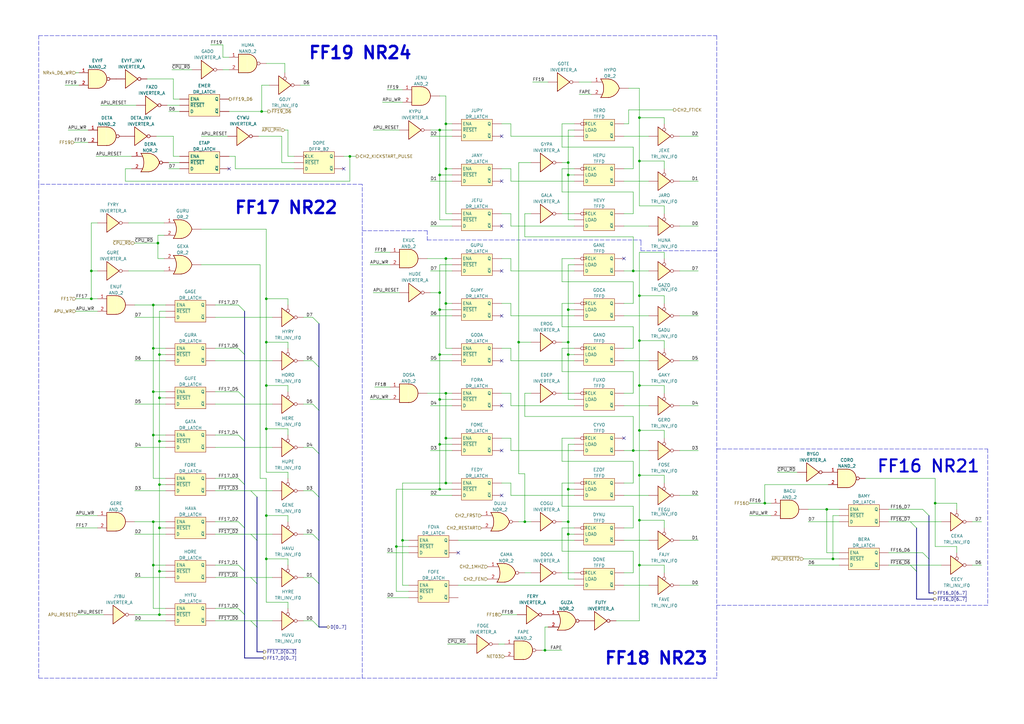
<source format=kicad_sch>
(kicad_sch (version 20211123) (generator eeschema)
  (paper "A3")
  (title_block (title "DMG CPU B") (date "2022-03-12") (rev "0") (company "CC-BY-SA-4.0 Régis Galland & Michael Singer -- Derived work from Furrtek") (comment 1 "https://github.com/msinger/dmg-schematics"))
  (junction (at 233.045 213.995))
  (junction (at 109.22 122.555))
  (junction (at 262.255 48.26))
  (junction (at 313.69 206.375))
  (junction (at 215.265 213.995))
  (junction (at 65.405 163.195))
  (junction (at 109.22 158.115))
  (junction (at 64.77 99.695))
  (junction (at 180.34 53.34))
  (junction (at 65.405 234.315))
  (junction (at 262.255 213.36))
  (junction (at 180.34 127))
  (junction (at 182.88 124.46))
  (junction (at 182.88 50.8))
  (junction (at 182.88 179.705))
  (junction (at 62.865 213.995))
  (junction (at 62.865 231.775))
  (junction (at 259.715 184.785))
  (junction (at 37.465 111.125))
  (junction (at 339.09 208.915))
  (junction (at 233.045 66.675))
  (junction (at 65.405 216.535))
  (junction (at 182.88 161.29))
  (junction (at 165.1 221.615))
  (junction (at 233.045 219.075))
  (junction (at 262.255 139.7))
  (junction (at 180.34 200.66))
  (junction (at 212.725 140.335))
  (junction (at 65.405 180.975))
  (junction (at 37.465 122.555))
  (junction (at 233.045 200.66))
  (junction (at 162.56 224.155))
  (junction (at 180.34 120.015))
  (junction (at 62.865 142.875))
  (junction (at 62.865 160.655))
  (junction (at 262.255 194.945))
  (junction (at 109.22 175.895))
  (junction (at 233.045 127))
  (junction (at 109.22 229.235))
  (junction (at 109.22 211.455))
  (junction (at 233.045 145.415))
  (junction (at 62.865 125.095))
  (junction (at 182.88 198.12))
  (junction (at 262.255 121.285))
  (junction (at 223.52 266.7))
  (junction (at 180.34 182.245))
  (junction (at 65.405 145.415))
  (junction (at 107.315 45.72))
  (junction (at 143.51 64.135))
  (junction (at 262.255 231.775))
  (junction (at 180.34 163.83))
  (junction (at 180.34 145.415))
  (junction (at 182.88 106.045))
  (junction (at 259.715 111.125))
  (junction (at 233.045 140.335))
  (junction (at 180.34 71.755))
  (junction (at 341.63 229.235))
  (junction (at 233.045 71.755))
  (junction (at 383.54 206.375))
  (junction (at 62.865 178.435))
  (junction (at 182.88 69.215))
  (junction (at 262.255 158.115))
  (junction (at 65.405 198.755))
  (junction (at 262.255 176.53))
  (junction (at 109.22 140.335))
  (junction (at 65.405 252.095))
  (junction (at 262.255 66.04))
  (no_connect (at 255.905 179.705))
  (no_connect (at 205.74 92.71))
  (no_connect (at 205.74 111.125))
  (no_connect (at 205.74 203.2))
  (no_connect (at 205.74 55.88))
  (no_connect (at 205.74 166.37))
  (no_connect (at 255.905 106.045))
  (no_connect (at 93.98 69.215))
  (no_connect (at 205.74 129.54))
  (no_connect (at 205.74 184.785))
  (no_connect (at 187.96 226.695))
  (no_connect (at 140.97 69.215))
  (no_connect (at 205.74 147.955))
  (no_connect (at 205.74 74.295))
  (bus_entry (at 97.79 178.435) (size 2.54 2.54))
  (bus_entry (at 97.79 160.655) (size 2.54 2.54))
  (bus_entry (at 128.27 165.735) (size 2.54 2.54))
  (bus_entry (at 97.79 125.095) (size 2.54 2.54))
  (bus_entry (at 97.79 249.555) (size 2.54 2.54))
  (bus_entry (at 102.87 219.075) (size 2.54 2.54))
  (bus_entry (at 97.79 196.215) (size 2.54 2.54))
  (bus_entry (at 102.87 236.855) (size 2.54 2.54))
  (bus_entry (at 373.38 213.995) (size 2.54 2.54))
  (bus_entry (at 97.79 231.775) (size 2.54 2.54))
  (bus_entry (at 373.38 231.775) (size 2.54 2.54))
  (bus_entry (at 378.46 226.695) (size 2.54 2.54))
  (bus_entry (at 128.27 219.075) (size 2.54 2.54))
  (bus_entry (at 97.79 142.875) (size 2.54 2.54))
  (bus_entry (at 378.46 208.915) (size 2.54 2.54))
  (bus_entry (at 128.27 183.515) (size 2.54 2.54))
  (bus_entry (at 128.27 130.175) (size 2.54 2.54))
  (bus_entry (at 128.27 201.295) (size 2.54 2.54))
  (bus_entry (at 97.79 213.995) (size 2.54 2.54))
  (bus_entry (at 128.27 254.635) (size 2.54 2.54))
  (bus_entry (at 128.27 147.955) (size 2.54 2.54))
  (bus_entry (at 102.87 254.635) (size 2.54 2.54))
  (bus_entry (at 128.27 236.855) (size 2.54 2.54))
  (bus_entry (at 102.87 201.295) (size 2.54 2.54))
  (wire (pts (xy 205.74 124.46) (xy 209.55 124.46)))
  (wire (pts (xy 69.215 66.675) (xy 73.66 66.675)))
  (wire (pts (xy 230.505 234.95) (xy 235.585 234.95)))
  (wire (pts (xy 233.045 71.755) (xy 235.585 71.755)))
  (polyline (pts (xy 262.89 102.87) (xy 294.005 102.87)))
  (wire (pts (xy 209.55 198.12) (xy 209.55 203.2)))
  (wire (pts (xy 205.74 179.705) (xy 209.55 179.705)))
  (wire (pts (xy 65.405 163.195) (xy 65.405 180.975)))
  (bus (pts (xy 100.33 252.095) (xy 100.33 269.875)))
  (wire (pts (xy 230.505 50.8) (xy 235.585 50.8)))
  (wire (pts (xy 143.51 64.135) (xy 146.05 64.135)))
  (wire (pts (xy 71.12 55.88) (xy 71.12 64.135)))
  (wire (pts (xy 62.865 160.655) (xy 67.945 160.655)))
  (wire (pts (xy 259.715 198.12) (xy 259.715 189.23)))
  (wire (pts (xy 233.045 145.415) (xy 233.045 163.83)))
  (wire (pts (xy 331.47 213.995) (xy 344.17 213.995)))
  (wire (pts (xy 151.765 108.585) (xy 160.02 108.585)))
  (wire (pts (xy 41.275 43.18) (xy 55.88 43.18)))
  (wire (pts (xy 180.34 163.83) (xy 180.34 182.245)))
  (wire (pts (xy 230.505 142.875) (xy 235.585 142.875)))
  (wire (pts (xy 109.22 175.895) (xy 118.11 175.895)))
  (wire (pts (xy 118.11 140.335) (xy 118.11 142.875)))
  (wire (pts (xy 180.34 182.245) (xy 180.34 200.66)))
  (wire (pts (xy 182.88 124.46) (xy 185.42 124.46)))
  (wire (pts (xy 65.405 234.315) (xy 67.945 234.315)))
  (polyline (pts (xy 15.875 75.565) (xy 15.875 14.605)))
  (wire (pts (xy 235.585 53.34) (xy 233.045 53.34)))
  (wire (pts (xy 123.19 34.925) (xy 127 34.925)))
  (wire (pts (xy 230.505 124.46) (xy 235.585 124.46)))
  (wire (pts (xy 180.34 127) (xy 185.42 127)))
  (wire (pts (xy 262.255 176.53) (xy 272.415 176.53)))
  (wire (pts (xy 262.255 139.7) (xy 262.255 158.115)))
  (wire (pts (xy 153.035 53.34) (xy 163.83 53.34)))
  (wire (pts (xy 224.79 257.175) (xy 223.52 257.175)))
  (wire (pts (xy 237.49 38.735) (xy 242.57 38.735)))
  (wire (pts (xy 37.465 111.125) (xy 37.465 122.555)))
  (wire (pts (xy 255.905 87.63) (xy 259.715 87.63)))
  (wire (pts (xy 230.505 198.12) (xy 235.585 198.12)))
  (bus (pts (xy 105.41 203.835) (xy 105.41 221.615)))
  (wire (pts (xy 262.255 231.775) (xy 262.255 254.635)))
  (wire (pts (xy 109.22 158.115) (xy 118.11 158.115)))
  (wire (pts (xy 182.88 69.215) (xy 182.88 87.63)))
  (wire (pts (xy 62.865 213.995) (xy 62.865 231.775)))
  (wire (pts (xy 272.415 66.04) (xy 272.415 69.215)))
  (wire (pts (xy 278.765 221.615) (xy 286.385 221.615)))
  (wire (pts (xy 64.77 99.695) (xy 64.77 96.52)))
  (bus (pts (xy 100.33 269.875) (xy 107.95 269.875)))
  (polyline (pts (xy 15.875 278.13) (xy 148.59 278.13)))
  (wire (pts (xy 88.265 160.655) (xy 97.79 160.655)))
  (wire (pts (xy 373.38 213.995) (xy 386.08 213.995)))
  (wire (pts (xy 223.52 257.175) (xy 223.52 266.7)))
  (wire (pts (xy 233.045 200.66) (xy 235.585 200.66)))
  (wire (pts (xy 398.78 213.995) (xy 402.59 213.995)))
  (wire (pts (xy 278.765 74.295) (xy 286.385 74.295)))
  (wire (pts (xy 175.26 106.045) (xy 182.88 106.045)))
  (wire (pts (xy 124.46 254.635) (xy 128.27 254.635)))
  (wire (pts (xy 124.46 201.295) (xy 128.27 201.295)))
  (wire (pts (xy 255.905 161.29) (xy 259.715 161.29)))
  (wire (pts (xy 180.34 39.37) (xy 182.88 39.37)))
  (wire (pts (xy 124.46 219.075) (xy 128.27 219.075)))
  (bus (pts (xy 100.33 234.315) (xy 100.33 252.095)))
  (wire (pts (xy 182.88 87.63) (xy 185.42 87.63)))
  (wire (pts (xy 364.49 231.775) (xy 373.38 231.775)))
  (wire (pts (xy 52.705 111.125) (xy 67.31 111.125)))
  (wire (pts (xy 109.22 158.115) (xy 109.22 175.895)))
  (wire (pts (xy 209.55 124.46) (xy 209.55 129.54)))
  (wire (pts (xy 116.84 26.035) (xy 116.84 29.845)))
  (wire (pts (xy 180.34 200.66) (xy 162.56 200.66)))
  (wire (pts (xy 182.88 142.875) (xy 185.42 142.875)))
  (wire (pts (xy 262.255 48.26) (xy 272.415 48.26)))
  (wire (pts (xy 106.68 108.585) (xy 106.68 196.215)))
  (wire (pts (xy 354.965 196.215) (xy 383.54 196.215)))
  (wire (pts (xy 65.405 234.315) (xy 65.405 252.095)))
  (wire (pts (xy 182.88 161.29) (xy 185.42 161.29)))
  (bus (pts (xy 130.81 239.395) (xy 130.81 257.175)))
  (polyline (pts (xy 148.59 75.565) (xy 15.875 75.565)))
  (wire (pts (xy 96.52 64.135) (xy 96.52 69.215)))
  (wire (pts (xy 62.865 231.775) (xy 67.945 231.775)))
  (bus (pts (xy 100.33 127.635) (xy 100.33 145.415)))
  (wire (pts (xy 339.09 226.695) (xy 344.17 226.695)))
  (polyline (pts (xy 175.26 94.615) (xy 175.26 99.06)))
  (wire (pts (xy 88.265 183.515) (xy 111.76 183.515)))
  (wire (pts (xy 255.905 69.215) (xy 259.715 69.215)))
  (wire (pts (xy 176.53 53.34) (xy 180.34 53.34)))
  (wire (pts (xy 65.405 145.415) (xy 65.405 163.195)))
  (wire (pts (xy 182.88 106.045) (xy 185.42 106.045)))
  (wire (pts (xy 255.905 142.875) (xy 259.715 142.875)))
  (wire (pts (xy 222.25 266.7) (xy 223.52 266.7)))
  (wire (pts (xy 212.725 66.675) (xy 217.805 66.675)))
  (wire (pts (xy 88.265 219.075) (xy 102.87 219.075)))
  (wire (pts (xy 215.265 213.995) (xy 217.805 213.995)))
  (wire (pts (xy 65.405 127.635) (xy 67.945 127.635)))
  (polyline (pts (xy 148.59 278.13) (xy 148.59 99.06)))
  (wire (pts (xy 278.765 55.88) (xy 286.385 55.88)))
  (bus (pts (xy 130.81 150.495) (xy 130.81 168.275)))
  (wire (pts (xy 176.53 129.54) (xy 185.42 129.54)))
  (wire (pts (xy 109.22 140.335) (xy 118.11 140.335)))
  (bus (pts (xy 100.33 216.535) (xy 100.33 234.315)))
  (wire (pts (xy 272.415 121.285) (xy 272.415 124.46)))
  (wire (pts (xy 165.1 198.12) (xy 182.88 198.12)))
  (wire (pts (xy 233.045 200.66) (xy 233.045 213.995)))
  (bus (pts (xy 130.81 203.835) (xy 130.81 221.615)))
  (wire (pts (xy 257.81 45.085) (xy 276.225 45.085)))
  (wire (pts (xy 71.12 64.135) (xy 73.66 64.135)))
  (wire (pts (xy 259.715 115.57) (xy 230.505 115.57)))
  (wire (pts (xy 88.265 254.635) (xy 102.87 254.635)))
  (wire (pts (xy 339.09 208.915) (xy 339.09 226.695)))
  (wire (pts (xy 259.715 97.155) (xy 259.715 111.125)))
  (polyline (pts (xy 175.26 98.425) (xy 262.89 98.425)))
  (wire (pts (xy 259.715 226.06) (xy 230.505 226.06)))
  (wire (pts (xy 88.265 125.095) (xy 97.79 125.095)))
  (wire (pts (xy 180.34 108.585) (xy 180.34 120.015)))
  (wire (pts (xy 109.22 93.98) (xy 109.22 122.555)))
  (bus (pts (xy 100.33 198.755) (xy 100.33 216.535)))
  (wire (pts (xy 230.505 78.74) (xy 230.505 69.215)))
  (wire (pts (xy 176.53 111.125) (xy 185.42 111.125)))
  (wire (pts (xy 182.88 69.215) (xy 185.42 69.215)))
  (wire (pts (xy 162.56 224.155) (xy 162.56 242.57)))
  (wire (pts (xy 118.11 229.235) (xy 118.11 231.775)))
  (wire (pts (xy 65.405 216.535) (xy 67.945 216.535)))
  (wire (pts (xy 233.045 237.49) (xy 235.585 237.49)))
  (wire (pts (xy 392.43 206.375) (xy 392.43 208.915)))
  (wire (pts (xy 212.725 140.335) (xy 212.725 66.675)))
  (wire (pts (xy 307.34 206.375) (xy 313.69 206.375)))
  (wire (pts (xy 30.48 58.42) (xy 36.195 58.42)))
  (wire (pts (xy 165.1 221.615) (xy 165.1 198.12)))
  (wire (pts (xy 233.045 145.415) (xy 235.585 145.415)))
  (wire (pts (xy 313.69 198.755) (xy 313.69 206.375)))
  (wire (pts (xy 278.765 111.125) (xy 286.385 111.125)))
  (wire (pts (xy 176.53 55.88) (xy 185.42 55.88)))
  (wire (pts (xy 259.715 234.95) (xy 259.715 226.06)))
  (wire (pts (xy 91.44 23.495) (xy 93.98 23.495)))
  (wire (pts (xy 255.905 129.54) (xy 266.065 129.54)))
  (wire (pts (xy 88.265 201.295) (xy 102.87 201.295)))
  (wire (pts (xy 31.115 216.535) (xy 40.005 216.535)))
  (wire (pts (xy 102.87 219.075) (xy 111.76 219.075)))
  (wire (pts (xy 209.55 55.88) (xy 235.585 55.88)))
  (wire (pts (xy 230.505 60.325) (xy 230.505 50.8)))
  (wire (pts (xy 230.505 87.63) (xy 235.585 87.63)))
  (wire (pts (xy 158.75 226.695) (xy 167.64 226.695)))
  (wire (pts (xy 257.81 50.8) (xy 257.81 45.085)))
  (wire (pts (xy 364.49 226.695) (xy 378.46 226.695)))
  (wire (pts (xy 55.245 99.695) (xy 64.77 99.695)))
  (wire (pts (xy 262.255 48.26) (xy 262.255 36.195)))
  (wire (pts (xy 209.55 179.705) (xy 209.55 184.785)))
  (wire (pts (xy 383.54 196.215) (xy 383.54 206.375)))
  (wire (pts (xy 162.56 224.155) (xy 167.64 224.155)))
  (wire (pts (xy 88.265 249.555) (xy 97.79 249.555)))
  (wire (pts (xy 182.88 161.29) (xy 182.88 179.705)))
  (wire (pts (xy 64.77 96.52) (xy 67.31 96.52)))
  (wire (pts (xy 255.905 166.37) (xy 266.065 166.37)))
  (wire (pts (xy 180.34 145.415) (xy 180.34 163.83)))
  (wire (pts (xy 262.255 36.195) (xy 257.81 36.195)))
  (wire (pts (xy 205.74 69.215) (xy 209.55 69.215)))
  (wire (pts (xy 120.65 64.135) (xy 118.11 64.135)))
  (bus (pts (xy 375.92 245.745) (xy 382.905 245.745)))
  (wire (pts (xy 39.37 64.135) (xy 53.975 64.135)))
  (wire (pts (xy 88.265 130.175) (xy 111.76 130.175)))
  (wire (pts (xy 180.34 200.66) (xy 185.42 200.66)))
  (bus (pts (xy 100.33 145.415) (xy 100.33 163.195)))
  (wire (pts (xy 373.38 231.775) (xy 386.08 231.775)))
  (wire (pts (xy 118.11 64.135) (xy 118.11 53.34)))
  (wire (pts (xy 109.22 122.555) (xy 118.11 122.555)))
  (wire (pts (xy 255.905 240.03) (xy 266.065 240.03)))
  (wire (pts (xy 65.405 145.415) (xy 67.945 145.415)))
  (wire (pts (xy 153.67 158.75) (xy 160.02 158.75)))
  (wire (pts (xy 215.265 97.155) (xy 259.715 97.155)))
  (wire (pts (xy 230.505 140.335) (xy 233.045 140.335)))
  (wire (pts (xy 262.255 121.285) (xy 272.415 121.285)))
  (wire (pts (xy 93.98 45.72) (xy 107.315 45.72)))
  (wire (pts (xy 143.51 74.295) (xy 51.435 74.295)))
  (wire (pts (xy 82.55 93.98) (xy 109.22 93.98)))
  (wire (pts (xy 65.405 163.195) (xy 67.945 163.195)))
  (wire (pts (xy 71.12 40.64) (xy 73.66 40.64)))
  (wire (pts (xy 31.115 127.635) (xy 40.005 127.635)))
  (wire (pts (xy 82.55 108.585) (xy 106.68 108.585)))
  (wire (pts (xy 209.55 50.8) (xy 209.55 55.88)))
  (wire (pts (xy 82.55 55.88) (xy 93.345 55.88)))
  (polyline (pts (xy 405.13 184.15) (xy 405.13 248.285)))
  (wire (pts (xy 209.55 161.29) (xy 209.55 166.37)))
  (wire (pts (xy 233.045 53.34) (xy 233.045 66.675)))
  (bus (pts (xy 375.92 216.535) (xy 375.92 234.315)))
  (wire (pts (xy 259.715 189.23) (xy 230.505 189.23)))
  (wire (pts (xy 307.34 211.455) (xy 316.23 211.455)))
  (wire (pts (xy 215.265 194.31) (xy 212.725 194.31)))
  (wire (pts (xy 262.255 66.04) (xy 272.415 66.04)))
  (wire (pts (xy 176.53 184.785) (xy 185.42 184.785)))
  (wire (pts (xy 255.905 74.295) (xy 266.065 74.295)))
  (wire (pts (xy 233.045 163.83) (xy 235.585 163.83)))
  (wire (pts (xy 109.22 247.015) (xy 118.11 247.015)))
  (wire (pts (xy 62.865 125.095) (xy 67.945 125.095)))
  (polyline (pts (xy 148.59 94.615) (xy 175.26 94.615)))
  (wire (pts (xy 255.905 203.2) (xy 266.065 203.2)))
  (wire (pts (xy 255.905 55.88) (xy 266.065 55.88)))
  (wire (pts (xy 215.265 170.815) (xy 215.265 161.29)))
  (wire (pts (xy 180.34 127) (xy 180.34 145.415)))
  (wire (pts (xy 118.11 158.115) (xy 118.11 160.655)))
  (wire (pts (xy 55.245 147.955) (xy 67.945 147.955)))
  (wire (pts (xy 115.57 66.675) (xy 120.65 66.675)))
  (wire (pts (xy 205.74 50.8) (xy 209.55 50.8)))
  (wire (pts (xy 341.63 211.455) (xy 344.17 211.455)))
  (wire (pts (xy 233.045 71.755) (xy 233.045 90.17)))
  (wire (pts (xy 55.245 254.635) (xy 67.945 254.635)))
  (wire (pts (xy 51.435 69.215) (xy 53.975 69.215)))
  (bus (pts (xy 100.33 180.975) (xy 100.33 198.755)))
  (wire (pts (xy 278.765 92.71) (xy 286.385 92.71)))
  (wire (pts (xy 124.46 147.955) (xy 128.27 147.955)))
  (wire (pts (xy 262.255 213.36) (xy 262.255 231.775)))
  (wire (pts (xy 262.255 103.505) (xy 262.255 121.285)))
  (wire (pts (xy 68.58 43.18) (xy 73.66 43.18)))
  (wire (pts (xy 69.215 45.72) (xy 73.66 45.72)))
  (wire (pts (xy 341.63 229.235) (xy 344.17 229.235)))
  (wire (pts (xy 88.265 165.735) (xy 111.76 165.735)))
  (wire (pts (xy 70.485 28.575) (xy 78.74 28.575)))
  (wire (pts (xy 205.74 87.63) (xy 209.55 87.63)))
  (wire (pts (xy 71.12 32.385) (xy 71.12 40.64)))
  (wire (pts (xy 255.905 50.8) (xy 257.81 50.8)))
  (wire (pts (xy 51.435 74.295) (xy 51.435 69.215)))
  (wire (pts (xy 31.115 122.555) (xy 37.465 122.555)))
  (wire (pts (xy 255.905 92.71) (xy 266.065 92.71)))
  (wire (pts (xy 102.87 236.855) (xy 111.76 236.855)))
  (wire (pts (xy 233.045 213.995) (xy 233.045 219.075)))
  (polyline (pts (xy 294.005 184.15) (xy 294.005 248.285)))
  (polyline (pts (xy 294.005 248.285) (xy 294.005 278.13)))
  (wire (pts (xy 31.115 211.455) (xy 40.005 211.455)))
  (wire (pts (xy 62.865 213.995) (xy 67.945 213.995)))
  (wire (pts (xy 62.865 178.435) (xy 67.945 178.435)))
  (polyline (pts (xy 294.005 278.13) (xy 148.59 278.13)))
  (wire (pts (xy 65.405 198.755) (xy 67.945 198.755)))
  (wire (pts (xy 272.415 103.505) (xy 272.415 106.045)))
  (wire (pts (xy 62.865 142.875) (xy 62.865 160.655)))
  (wire (pts (xy 176.53 147.955) (xy 185.42 147.955)))
  (wire (pts (xy 106.68 196.215) (xy 109.22 196.215)))
  (wire (pts (xy 118.11 247.015) (xy 118.11 249.555)))
  (bus (pts (xy 105.41 221.615) (xy 105.41 239.395)))
  (wire (pts (xy 109.22 175.895) (xy 109.22 193.675)))
  (wire (pts (xy 230.505 106.045) (xy 235.585 106.045)))
  (bus (pts (xy 105.41 257.175) (xy 105.41 267.335)))
  (wire (pts (xy 204.47 264.16) (xy 207.01 264.16)))
  (wire (pts (xy 107.315 34.925) (xy 110.49 34.925)))
  (wire (pts (xy 124.46 130.175) (xy 128.27 130.175)))
  (wire (pts (xy 118.11 175.895) (xy 118.11 178.435)))
  (wire (pts (xy 88.265 142.875) (xy 97.79 142.875)))
  (wire (pts (xy 65.405 252.095) (xy 67.945 252.095)))
  (wire (pts (xy 230.505 179.705) (xy 235.585 179.705)))
  (wire (pts (xy 109.22 140.335) (xy 109.22 158.115)))
  (wire (pts (xy 255.905 124.46) (xy 259.715 124.46)))
  (wire (pts (xy 233.045 140.335) (xy 233.045 145.415)))
  (wire (pts (xy 182.88 106.045) (xy 182.88 124.46)))
  (wire (pts (xy 187.96 240.03) (xy 235.585 240.03)))
  (bus (pts (xy 105.41 267.335) (xy 107.95 267.335)))
  (wire (pts (xy 31.115 29.845) (xy 32.385 29.845)))
  (wire (pts (xy 364.49 208.915) (xy 378.46 208.915)))
  (wire (pts (xy 272.415 139.7) (xy 272.415 142.875)))
  (wire (pts (xy 182.88 50.8) (xy 182.88 69.215)))
  (wire (pts (xy 153.035 120.015) (xy 163.83 120.015)))
  (wire (pts (xy 140.97 64.135) (xy 143.51 64.135)))
  (wire (pts (xy 212.725 194.31) (xy 212.725 140.335)))
  (wire (pts (xy 62.865 231.775) (xy 62.865 249.555)))
  (wire (pts (xy 278.765 129.54) (xy 286.385 129.54)))
  (polyline (pts (xy 262.89 99.06) (xy 262.89 102.87)))
  (wire (pts (xy 180.34 90.17) (xy 185.42 90.17)))
  (wire (pts (xy 272.415 48.26) (xy 272.415 50.8)))
  (wire (pts (xy 230.505 207.645) (xy 230.505 198.12)))
  (wire (pts (xy 215.265 170.815) (xy 259.715 170.815)))
  (wire (pts (xy 165.1 240.03) (xy 167.64 240.03)))
  (wire (pts (xy 255.905 216.535) (xy 259.715 216.535)))
  (wire (pts (xy 259.715 142.875) (xy 259.715 133.985)))
  (wire (pts (xy 255.905 184.785) (xy 259.715 184.785)))
  (wire (pts (xy 259.715 133.985) (xy 230.505 133.985)))
  (polyline (pts (xy 15.875 14.605) (xy 294.005 14.605)))
  (wire (pts (xy 182.88 39.37) (xy 182.88 50.8)))
  (wire (pts (xy 124.46 236.855) (xy 128.27 236.855)))
  (wire (pts (xy 71.12 55.88) (xy 64.135 55.88)))
  (wire (pts (xy 262.255 84.455) (xy 272.415 84.455)))
  (wire (pts (xy 88.265 213.995) (xy 97.79 213.995)))
  (wire (pts (xy 383.54 224.155) (xy 392.43 224.155)))
  (wire (pts (xy 176.53 92.71) (xy 185.42 92.71)))
  (wire (pts (xy 175.26 161.29) (xy 182.88 161.29)))
  (wire (pts (xy 209.55 69.215) (xy 209.55 74.295)))
  (wire (pts (xy 109.22 229.235) (xy 109.22 247.015)))
  (wire (pts (xy 93.98 64.135) (xy 96.52 64.135)))
  (wire (pts (xy 230.505 66.675) (xy 233.045 66.675)))
  (wire (pts (xy 109.22 211.455) (xy 109.22 229.235)))
  (wire (pts (xy 180.34 71.755) (xy 185.42 71.755)))
  (wire (pts (xy 383.54 206.375) (xy 383.54 224.155)))
  (wire (pts (xy 109.22 196.215) (xy 109.22 211.455)))
  (wire (pts (xy 116.84 53.34) (xy 118.11 53.34)))
  (wire (pts (xy 233.045 108.585) (xy 233.045 127)))
  (wire (pts (xy 209.55 147.955) (xy 235.585 147.955)))
  (wire (pts (xy 259.715 124.46) (xy 259.715 115.57)))
  (wire (pts (xy 109.22 193.675) (xy 118.11 193.675)))
  (wire (pts (xy 235.585 108.585) (xy 233.045 108.585)))
  (wire (pts (xy 180.34 108.585) (xy 185.42 108.585)))
  (wire (pts (xy 153.67 103.505) (xy 160.02 103.505)))
  (wire (pts (xy 233.045 90.17) (xy 235.585 90.17)))
  (wire (pts (xy 278.765 240.03) (xy 286.385 240.03)))
  (wire (pts (xy 215.265 234.95) (xy 217.805 234.95)))
  (polyline (pts (xy 294.005 184.15) (xy 405.13 184.15)))
  (wire (pts (xy 55.245 201.295) (xy 67.945 201.295)))
  (wire (pts (xy 262.255 103.505) (xy 272.415 103.505)))
  (wire (pts (xy 341.63 211.455) (xy 341.63 229.235)))
  (wire (pts (xy 331.47 208.915) (xy 339.09 208.915)))
  (wire (pts (xy 259.715 60.325) (xy 230.505 60.325)))
  (wire (pts (xy 165.1 240.03) (xy 165.1 221.615)))
  (wire (pts (xy 223.52 266.7) (xy 230.505 266.7)))
  (wire (pts (xy 65.405 216.535) (xy 65.405 234.315)))
  (wire (pts (xy 55.245 130.175) (xy 67.945 130.175)))
  (wire (pts (xy 259.715 87.63) (xy 259.715 78.74)))
  (wire (pts (xy 209.55 184.785) (xy 235.585 184.785)))
  (wire (pts (xy 205.74 252.095) (xy 212.09 252.095)))
  (wire (pts (xy 339.09 208.915) (xy 344.17 208.915)))
  (wire (pts (xy 109.22 229.235) (xy 118.11 229.235)))
  (wire (pts (xy 233.045 127) (xy 233.045 140.335)))
  (wire (pts (xy 65.405 180.975) (xy 67.945 180.975)))
  (wire (pts (xy 118.11 122.555) (xy 118.11 125.095)))
  (wire (pts (xy 176.53 74.295) (xy 185.42 74.295)))
  (wire (pts (xy 55.245 165.735) (xy 67.945 165.735)))
  (wire (pts (xy 252.73 254.635) (xy 262.255 254.635)))
  (polyline (pts (xy 15.875 75.565) (xy 15.875 278.13)))
  (wire (pts (xy 52.705 91.44) (xy 67.31 91.44)))
  (wire (pts (xy 158.75 36.83) (xy 165.1 36.83)))
  (wire (pts (xy 329.565 229.235) (xy 341.63 229.235)))
  (wire (pts (xy 62.865 142.875) (xy 67.945 142.875)))
  (wire (pts (xy 215.265 194.31) (xy 215.265 213.995)))
  (wire (pts (xy 242.57 33.655) (xy 237.49 33.655)))
  (wire (pts (xy 180.34 120.015) (xy 180.34 127)))
  (wire (pts (xy 262.255 158.115) (xy 272.415 158.115)))
  (wire (pts (xy 107.315 45.72) (xy 109.855 45.72)))
  (wire (pts (xy 176.53 203.2) (xy 185.42 203.2)))
  (wire (pts (xy 313.69 198.755) (xy 339.725 198.755)))
  (wire (pts (xy 259.715 152.4) (xy 230.505 152.4)))
  (wire (pts (xy 259.715 216.535) (xy 259.715 207.645)))
  (wire (pts (xy 262.255 176.53) (xy 262.255 194.945)))
  (wire (pts (xy 255.905 221.615) (xy 266.065 221.615)))
  (wire (pts (xy 86.36 18.415) (xy 91.44 18.415)))
  (wire (pts (xy 392.43 224.155) (xy 392.43 226.695)))
  (wire (pts (xy 55.245 219.075) (xy 67.945 219.075)))
  (wire (pts (xy 109.22 122.555) (xy 109.22 140.335)))
  (wire (pts (xy 364.49 213.995) (xy 373.38 213.995)))
  (wire (pts (xy 262.255 48.26) (xy 262.255 66.04)))
  (wire (pts (xy 212.725 140.335) (xy 217.805 140.335)))
  (wire (pts (xy 262.255 66.04) (xy 262.255 84.455)))
  (wire (pts (xy 278.765 166.37) (xy 286.385 166.37)))
  (wire (pts (xy 162.56 200.66) (xy 162.56 224.155)))
  (wire (pts (xy 182.88 124.46) (xy 182.88 142.875)))
  (wire (pts (xy 102.87 201.295) (xy 111.76 201.295)))
  (wire (pts (xy 398.78 231.775) (xy 402.59 231.775)))
  (wire (pts (xy 209.55 142.875) (xy 209.55 147.955)))
  (wire (pts (xy 40.005 91.44) (xy 37.465 91.44)))
  (wire (pts (xy 272.415 213.36) (xy 272.415 216.535)))
  (wire (pts (xy 42.545 252.095) (xy 31.75 252.095)))
  (wire (pts (xy 88.265 147.955) (xy 111.76 147.955)))
  (wire (pts (xy 209.55 129.54) (xy 235.585 129.54)))
  (bus (pts (xy 381 211.455) (xy 381 229.235)))
  (wire (pts (xy 262.255 194.945) (xy 262.255 213.36)))
  (wire (pts (xy 55.245 125.095) (xy 62.865 125.095)))
  (wire (pts (xy 255.905 198.12) (xy 259.715 198.12)))
  (wire (pts (xy 62.865 249.555) (xy 67.945 249.555)))
  (bus (pts (xy 130.81 132.715) (xy 130.81 150.495)))
  (polyline (pts (xy 294.005 14.605) (xy 294.005 184.15)))
  (wire (pts (xy 255.905 111.125) (xy 259.715 111.125)))
  (wire (pts (xy 118.11 211.455) (xy 118.11 213.995)))
  (wire (pts (xy 272.415 84.455) (xy 272.415 87.63)))
  (wire (pts (xy 259.715 207.645) (xy 230.505 207.645)))
  (polyline (pts (xy 405.13 248.285) (xy 294.005 248.285)))
  (wire (pts (xy 230.505 189.23) (xy 230.505 179.705)))
  (wire (pts (xy 383.54 206.375) (xy 392.43 206.375)))
  (wire (pts (xy 209.55 87.63) (xy 209.55 92.71)))
  (wire (pts (xy 255.905 234.95) (xy 259.715 234.95)))
  (wire (pts (xy 88.265 196.215) (xy 97.79 196.215)))
  (wire (pts (xy 55.245 183.515) (xy 67.945 183.515)))
  (wire (pts (xy 65.405 127.635) (xy 65.405 145.415)))
  (bus (pts (xy 105.41 239.395) (xy 105.41 257.175)))
  (wire (pts (xy 180.34 53.34) (xy 180.34 71.755)))
  (wire (pts (xy 215.265 161.29) (xy 217.805 161.29)))
  (wire (pts (xy 64.77 99.695) (xy 64.77 106.045)))
  (wire (pts (xy 272.415 194.945) (xy 272.415 198.12)))
  (wire (pts (xy 165.1 221.615) (xy 167.64 221.615)))
  (bus (pts (xy 381 243.205) (xy 382.905 243.205)))
  (wire (pts (xy 259.715 78.74) (xy 230.505 78.74)))
  (wire (pts (xy 55.245 213.995) (xy 62.865 213.995)))
  (wire (pts (xy 233.045 219.075) (xy 233.045 237.49)))
  (wire (pts (xy 124.46 165.735) (xy 128.27 165.735)))
  (wire (pts (xy 143.51 64.135) (xy 143.51 74.295)))
  (wire (pts (xy 62.865 196.215) (xy 67.945 196.215)))
  (wire (pts (xy 205.74 142.875) (xy 209.55 142.875)))
  (wire (pts (xy 62.865 125.095) (xy 62.865 142.875)))
  (wire (pts (xy 262.255 231.775) (xy 272.415 231.775)))
  (wire (pts (xy 230.505 216.535) (xy 235.585 216.535)))
  (wire (pts (xy 262.255 158.115) (xy 262.255 176.53)))
  (wire (pts (xy 180.34 182.245) (xy 185.42 182.245)))
  (wire (pts (xy 162.56 242.57) (xy 167.64 242.57)))
  (wire (pts (xy 91.44 18.415) (xy 91.44 23.495)))
  (wire (pts (xy 233.045 127) (xy 235.585 127)))
  (wire (pts (xy 62.865 160.655) (xy 62.865 178.435)))
  (wire (pts (xy 262.255 121.285) (xy 262.255 139.7)))
  (wire (pts (xy 176.53 166.37) (xy 185.42 166.37)))
  (bus (pts (xy 130.81 257.175) (xy 133.985 257.175)))
  (wire (pts (xy 182.88 179.705) (xy 185.42 179.705)))
  (bus (pts (xy 130.81 221.615) (xy 130.81 239.395)))
  (wire (pts (xy 183.515 264.16) (xy 191.77 264.16)))
  (wire (pts (xy 40.005 111.125) (xy 37.465 111.125)))
  (wire (pts (xy 230.505 213.995) (xy 233.045 213.995)))
  (wire (pts (xy 205.74 161.29) (xy 209.55 161.29)))
  (wire (pts (xy 205.74 106.045) (xy 209.55 106.045)))
  (wire (pts (xy 93.98 28.575) (xy 91.44 28.575)))
  (wire (pts (xy 187.96 221.615) (xy 235.585 221.615)))
  (wire (pts (xy 88.265 236.855) (xy 102.87 236.855)))
  (wire (pts (xy 124.46 183.515) (xy 128.27 183.515)))
  (bus (pts (xy 100.33 163.195) (xy 100.33 180.975)))
  (wire (pts (xy 209.55 166.37) (xy 235.585 166.37)))
  (wire (pts (xy 180.34 71.755) (xy 180.34 90.17)))
  (wire (pts (xy 55.245 236.855) (xy 67.945 236.855)))
  (wire (pts (xy 215.265 97.155) (xy 215.265 87.63)))
  (wire (pts (xy 233.045 66.675) (xy 233.045 71.755)))
  (wire (pts (xy 262.255 139.7) (xy 272.415 139.7)))
  (wire (pts (xy 272.415 176.53) (xy 272.415 179.705)))
  (wire (pts (xy 230.505 133.985) (xy 230.505 124.46)))
  (wire (pts (xy 109.22 211.455) (xy 118.11 211.455)))
  (wire (pts (xy 209.55 111.125) (xy 235.585 111.125)))
  (wire (pts (xy 55.245 252.095) (xy 65.405 252.095)))
  (wire (pts (xy 37.465 122.555) (xy 40.005 122.555)))
  (wire (pts (xy 71.12 32.385) (xy 60.325 32.385)))
  (wire (pts (xy 118.11 193.675) (xy 118.11 196.215)))
  (wire (pts (xy 151.765 163.83) (xy 160.02 163.83)))
  (polyline (pts (xy 148.59 99.06) (xy 148.59 75.565)))
  (wire (pts (xy 102.87 254.635) (xy 111.76 254.635)))
  (wire (pts (xy 272.415 158.115) (xy 272.415 161.29)))
  (wire (pts (xy 230.505 69.215) (xy 235.585 69.215)))
  (wire (pts (xy 26.67 34.925) (xy 32.385 34.925)))
  (wire (pts (xy 209.55 92.71) (xy 235.585 92.71)))
  (wire (pts (xy 255.905 147.955) (xy 266.065 147.955)))
  (wire (pts (xy 233.045 182.245) (xy 235.585 182.245)))
  (wire (pts (xy 67.31 106.045) (xy 64.77 106.045)))
  (wire (pts (xy 259.715 170.815) (xy 259.715 184.785)))
  (wire (pts (xy 27.94 53.34) (xy 36.195 53.34)))
  (wire (pts (xy 176.53 120.015) (xy 180.34 120.015)))
  (wire (pts (xy 235.585 219.075) (xy 233.045 219.075)))
  (wire (pts (xy 215.265 87.63) (xy 217.805 87.63)))
  (wire (pts (xy 233.045 182.245) (xy 233.045 200.66)))
  (wire (pts (xy 331.47 231.775) (xy 344.17 231.775)))
  (wire (pts (xy 230.505 226.06) (xy 230.505 216.535)))
  (wire (pts (xy 230.505 152.4) (xy 230.505 142.875)))
  (wire (pts (xy 205.74 198.12) (xy 209.55 198.12)))
  (wire (pts (xy 259.715 111.125) (xy 266.065 111.125)))
  (wire (pts (xy 88.265 231.775) (xy 97.79 231.775)))
  (polyline (pts (xy 262.89 98.425) (xy 262.89 99.06)))
  (bus (pts (xy 381 229.235) (xy 381 243.205)))
  (wire (pts (xy 37.465 91.44) (xy 37.465 111.125)))
  (wire (pts (xy 259.715 161.29) (xy 259.715 152.4)))
  (wire (pts (xy 209.55 74.295) (xy 235.585 74.295)))
  (wire (pts (xy 262.255 194.945) (xy 272.415 194.945)))
  (wire (pts (xy 107.315 45.72) (xy 107.315 34.925)))
  (wire (pts (xy 262.255 213.36) (xy 272.415 213.36)))
  (wire (pts (xy 209.55 203.2) (xy 235.585 203.2)))
  (wire (pts (xy 180.34 145.415) (xy 185.42 145.415)))
  (wire (pts (xy 96.52 69.215) (xy 120.65 69.215)))
  (wire (pts (xy 180.34 163.83) (xy 185.42 163.83)))
  (wire (pts (xy 272.415 231.775) (xy 272.415 234.95)))
  (wire (pts (xy 182.88 50.8) (xy 185.42 50.8)))
  (bus (pts (xy 130.81 186.055) (xy 130.81 203.835)))
  (wire (pts (xy 182.88 179.705) (xy 182.88 198.12)))
  (wire (pts (xy 156.845 41.91) (xy 165.1 41.91)))
  (wire (pts (xy 65.405 180.975) (xy 65.405 198.755)))
  (wire (pts (xy 88.265 178.435) (xy 97.79 178.435)))
  (wire (pts (xy 69.215 69.215) (xy 73.66 69.215)))
  (wire (pts (xy 278.765 203.2) (xy 286.385 203.2)))
  (wire (pts (xy 182.88 198.12) (xy 185.42 198.12)))
  (wire (pts (xy 212.725 213.995) (xy 215.265 213.995)))
  (wire (pts (xy 180.34 53.34) (xy 185.42 53.34)))
  (wire (pts (xy 318.77 193.675) (xy 327.025 193.675)))
  (wire (pts (xy 218.44 33.655) (xy 224.79 33.655)))
  (wire (pts (xy 230.505 161.29) (xy 235.585 161.29)))
  (wire (pts (xy 65.405 198.755) (xy 65.405 216.535)))
  (wire (pts (xy 313.69 206.375) (xy 316.23 206.375)))
  (wire (pts (xy 106.045 55.88) (xy 115.57 55.88)))
  (wire (pts (xy 62.865 178.435) (xy 62.865 196.215)))
  (wire (pts (xy 230.505 115.57) (xy 230.505 106.045)))
  (wire (pts (xy 278.765 147.955) (xy 286.385 147.955)))
  (wire (pts (xy 115.57 55.88) (xy 115.57 66.675)))
  (wire (pts (xy 158.75 245.11) (xy 167.64 245.11)))
  (wire (pts (xy 109.22 26.035) (xy 116.84 26.035)))
  (bus (pts (xy 130.81 168.275) (xy 130.81 186.055)))
  (wire (pts (xy 278.765 184.785) (xy 286.385 184.785)))
  (wire (pts (xy 259.715 184.785) (xy 266.065 184.785)))
  (bus (pts (xy 375.92 234.315) (xy 375.92 245.745)))
  (wire (pts (xy 209.55 106.045) (xy 209.55 111.125)))
  (wire (pts (xy 259.715 69.215) (xy 259.715 60.325)))
  (text "FF16 NR21\n" (at 359.41 194.31 0) (effects (font (size 5 5) (thickness 0.8) bold) (justify left bottom)))
  (text "FF19 NR24\n" (at 126.238 24.765 0) (effects (font (size 5 5) (thickness 1) bold) (justify left bottom)))
  (text "FF17 NR22\n" (at 95.885 88.265 0) (effects (font (size 5 5) (thickness 1) bold) (justify left bottom)))
  (text "FF18 NR23\n" (at 247.65 273.05 0) (effects (font (size 5 5) (thickness 1) bold) (justify left bottom)))
  (label "D7" (at 69.215 69.215 0))
  (label "~{FF16_D7}" (at 373.38 213.995 180))
  (label "~{FF17_D3}" (at 97.79 201.295 180))
  (label "APU_WR" (at 31.115 127.635 0))
  (label "D0" (at 55.245 254.635 0))
  (label "APU_RESET" (at 39.37 64.135 0))
  (label "D1" (at 128.27 236.855 180))
  (label "D2" (at 55.245 219.075 0))
  (label "D6" (at 286.385 129.54 180))
  (label "D4" (at 286.385 166.37 180))
  (label "~{FF16_D6}" (at 373.38 231.775 180))
  (label "D3" (at 286.385 184.785 180))
  (label "D5" (at 55.245 165.735 0))
  (label "FF19" (at 158.75 36.83 0))
  (label "D3" (at 128.27 201.295 180))
  (label "D6" (at 55.245 147.955 0))
  (label "D0" (at 286.385 240.03 180))
  (label "FAPE" (at 237.49 38.735 0))
  (label "D7" (at 128.27 130.175 180))
  (label "D1" (at 158.75 226.695 0))
  (label "D5" (at 128.27 165.735 180))
  (label "D1" (at 286.385 74.295 180))
  (label "APU_RESET" (at 41.275 43.18 0))
  (label "APU_WR" (at 151.765 108.585 0))
  (label "FF17" (at 31.115 216.535 0))
  (label "~{CPU_RD}" (at 70.485 28.575 0))
  (label "FF19" (at 218.44 33.655 0))
  (label "D7" (at 176.53 111.125 0))
  (label "APU_RESET" (at 153.035 120.015 0))
  (label "D4" (at 176.53 166.37 0))
  (label "D0" (at 286.385 92.71 180))
  (label "FF17" (at 31.115 122.555 0))
  (label "FF18" (at 153.67 103.505 0))
  (label "APU_RESET" (at 31.75 252.095 0))
  (label "D1" (at 176.53 74.295 0))
  (label "D7" (at 402.59 213.995 180))
  (label "D6" (at 69.215 45.72 0))
  (label "D1" (at 286.385 221.615 180))
  (label "APU_WR" (at 307.34 211.455 0))
  (label "D1" (at 55.245 236.855 0))
  (label "D2" (at 286.385 55.88 180))
  (label "~{FF17_D1}" (at 97.79 236.855 180))
  (label "D0" (at 176.53 92.71 0))
  (label "FF18" (at 205.74 252.095 0))
  (label "D2" (at 176.53 55.88 0))
  (label "D7" (at 286.385 111.125 180))
  (label "~{FF17_D2}" (at 97.79 219.075 180))
  (label "FF16_D7" (at 373.38 208.915 180))
  (label "D0" (at 128.27 254.635 180))
  (label "FF17_D4" (at 97.79 178.435 180))
  (label "D4" (at 128.27 183.515 180))
  (label "FF17_D1" (at 97.79 231.775 180))
  (label "FF17_D3" (at 97.79 196.215 180))
  (label "APU_WR" (at 31.115 211.455 0))
  (label "FF17_D0" (at 97.79 249.555 180))
  (label "D6" (at 176.53 129.54 0))
  (label "D6" (at 331.47 231.775 0))
  (label "D5" (at 286.385 147.955 180))
  (label "FF19" (at 26.67 34.925 0))
  (label "FAPE" (at 230.505 266.7 180))
  (label "APU_WR" (at 27.94 53.34 0))
  (label "FF16" (at 307.34 206.375 0))
  (label "APU_WR" (at 151.765 163.83 0))
  (label "FF17_D7" (at 97.79 125.095 180))
  (label "FF16_D6" (at 373.38 226.695 180))
  (label "FF17_D5" (at 97.79 160.655 180))
  (label "D0" (at 158.75 245.11 0))
  (label "~{CPU_RD}" (at 55.245 99.695 0))
  (label "~{CPU_RD}" (at 183.515 264.16 0))
  (label "~{CPU_RD}" (at 318.77 193.675 0))
  (label "APU_RESET" (at 82.55 55.88 0))
  (label "D2" (at 176.53 203.2 0))
  (label "D3" (at 176.53 184.785 0))
  (label "FF19" (at 86.36 18.415 0))
  (label "D4" (at 55.245 183.515 0))
  (label "D6" (at 127 34.925 180))
  (label "D7" (at 55.245 130.175 0))
  (label "FF17_D6" (at 97.79 142.875 180))
  (label "D2" (at 286.385 203.2 180))
  (label "APU_WR" (at 156.845 41.91 0))
  (label "~{FF17_D0}" (at 97.79 254.635 180))
  (label "D6" (at 402.59 231.775 180))
  (label "D7" (at 331.47 213.995 0))
  (label "FF18" (at 153.67 158.75 0))
  (label "FF19" (at 30.48 58.42 0))
  (label "D2" (at 128.27 219.075 180))
  (label "D5" (at 176.53 147.955 0))
  (label "APU_RESET" (at 153.035 53.34 0))
  (label "FF17_D2" (at 97.79 213.995 180))
  (label "D3" (at 55.245 201.295 0))
  (label "D6" (at 128.27 147.955 180))
  (hierarchical_label "FF19_D6" (shape output) (at 93.98 40.64 0))
  (hierarchical_label "CH2_1MHZ" (shape input) (at 200.025 232.41 180))
  (hierarchical_label "~{APU_RESET2}" (shape input) (at 329.565 229.235 180))
  (hierarchical_label "CH2_FRST" (shape input) (at 197.485 211.455 180))
  (hierarchical_label "CH2_RESTART" (shape input) (at 197.485 216.535 180))
  (hierarchical_label "FF18" (shape input) (at 205.74 252.095 180))
  (hierarchical_label "D[0..7]" (shape bidirectional) (at 133.985 257.175 0))
  (hierarchical_label "~{APU_PHI}" (shape input) (at 116.84 53.34 180))
  (hierarchical_label "~{CPU_RD}" (shape input) (at 55.245 99.695 180))
  (hierarchical_label "FF16" (shape input) (at 307.34 206.375 180))
  (hierarchical_label "~{FF17_D[0..3]}" (shape output) (at 107.95 267.335 0))
  (hierarchical_label "APU_WR" (shape input) (at 31.115 127.635 180))
  (hierarchical_label "NET03" (shape input) (at 207.01 269.24 180))
  (hierarchical_label "FF16_D[6..7]" (shape output) (at 382.905 243.205 0))
  (hierarchical_label "NRx4_D6_WR" (shape input) (at 31.115 29.845 180))
  (hierarchical_label "FF17_D[0..7]" (shape output) (at 107.95 269.875 0))
  (hierarchical_label "APU_RESET" (shape input) (at 31.75 252.095 180))
  (hierarchical_label "CH2_KICKSTART_PULSE" (shape output) (at 146.05 64.135 0))
  (hierarchical_label "FF19" (shape input) (at 30.48 58.42 180))
  (hierarchical_label "~{FF19_D6}" (shape output) (at 109.855 45.72 0))
  (hierarchical_label "CH2_FTICK" (shape output) (at 276.225 45.085 0))
  (hierarchical_label "CH2_FEN" (shape input) (at 200.025 237.49 180))
  (hierarchical_label "FF17" (shape input) (at 31.115 122.555 180))
  (hierarchical_label "~{FF16_D[6..7]}" (shape output) (at 382.905 245.745 0))
  (symbol (lib_id "DMG_CPU_Cells:TFFD") (at 245.745 127 0) (unit 1)
    (property "Reference" "GOCA" (at 245.745 118.9822 0))
    (property "Value" "TFFD" (at 245.745 121.5191 0))
    (property "Datasheet" "http://iceboy.a-singer.de/doc/dmg_cells.html#tffd" (effects hide))
  )
  (symbol (lib_id "DMG_CPU_Cells:TRI_INV_IF0") (at 118.11 236.855 0) (unit 1)
    (property "Reference" "HYRE" (at 118.11 242.6954 0))
    (property "Value" "TRI_INV_IF0" (at 118.11 245.2323 0))
    (property "Datasheet" "http://iceboy.a-singer.de/doc/dmg_cells.html#tri_inv_if0" (effects hide))
  )
  (symbol (lib_id "DMG_CPU_Cells:NOR_2") (at 61.595 66.675 0) (unit 1)
    (property "Reference" "DERA" (at 61.5948 59.1652 0))
    (property "Value" "NOR_2" (at 61.5948 61.7021 0))
    (property "Datasheet" "http://iceboy.a-singer.de/doc/dmg_cells.html#nor2" (effects hide))
  )
  (symbol (lib_id "DMG_CPU_Cells:TRI_INV_IF0") (at 272.415 111.125 0) (unit 1)
    (property "Reference" "GAZO" (at 272.415 116.9654 0))
    (property "Value" "TRI_INV_IF0" (at 272.415 118.745 0))
    (property "Datasheet" "http://iceboy.a-singer.de/doc/dmg_cells.html#tri_inv_if0" (effects hide))
  )
  (symbol (lib_id "DMG_CPU_Cells:DR_LATCH") (at 78.105 127.635 0) (unit 1)
    (property "Reference" "GAGE" (at 78.105 119.6172 0))
    (property "Value" "DR_LATCH" (at 78.105 122.1541 0))
    (property "Datasheet" "http://iceboy.a-singer.de/doc/dmg_cells.html#drlatch" (effects hide))
  )
  (symbol (lib_id "DMG_CPU_Cells:INVERTER_A") (at 246.38 254.635 0) (unit 1)
    (property "Reference" "FUTY" (at 246.38 247.1252 0))
    (property "Value" "INVERTER_A" (at 246.38 249.6621 0))
    (property "Datasheet" "http://iceboy.a-singer.de/doc/dmg_cells.html#inv_a" (effects hide))
  )
  (symbol (lib_id "DMG_CPU_Cells:TRI_INV_IF0") (at 272.415 92.71 0) (unit 1)
    (property "Reference" "HUNA" (at 272.415 98.5504 0))
    (property "Value" "TRI_INV_IF0" (at 272.415 101.0873 0))
    (property "Datasheet" "http://iceboy.a-singer.de/doc/dmg_cells.html#tri_inv_if0" (effects hide))
  )
  (symbol (lib_id "DMG_CPU_Cells:TRI_INV_IF0") (at 118.11 183.515 0) (unit 1)
    (property "Reference" "HUPE" (at 118.11 189.3554 0))
    (property "Value" "TRI_INV_IF0" (at 118.11 191.8923 0))
    (property "Datasheet" "http://iceboy.a-singer.de/doc/dmg_cells.html#tri_inv_if0" (effects hide))
  )
  (symbol (lib_id "DMG_CPU_Cells:INVERTER_A") (at 62.23 43.18 0) (unit 1)
    (property "Reference" "FAZO" (at 62.23 35.6702 0))
    (property "Value" "INVERTER_A" (at 62.23 38.2071 0))
    (property "Datasheet" "http://iceboy.a-singer.de/doc/dmg_cells.html#inv_a" (effects hide))
  )
  (symbol (lib_id "DMG_CPU_Cells:AND_2") (at 47.625 213.995 0) (unit 1)
    (property "Reference" "GERE" (at 47.625 206.4852 0))
    (property "Value" "AND_2" (at 47.625 209.0221 0))
    (property "Datasheet" "http://iceboy.a-singer.de/doc/dmg_cells.html#and2" (effects hide))
  )
  (symbol (lib_id "DMG_CPU_Cells:NAND_2") (at 214.63 266.7 0) (unit 1)
    (property "Reference" "FAPE" (at 214.63 259.1902 0))
    (property "Value" "NAND_2" (at 214.63 261.7271 0))
    (property "Datasheet" "http://iceboy.a-singer.de/doc/dmg_cells.html#nand2" (effects hide))
  )
  (symbol (lib_id "DMG_CPU_Cells:NOR_2") (at 207.645 234.95 0) (unit 1)
    (property "Reference" "CAMA" (at 207.6448 227.4402 0))
    (property "Value" "NOR_2" (at 207.6448 229.9771 0))
    (property "Datasheet" "http://iceboy.a-singer.de/doc/dmg_cells.html#nor2" (effects hide))
  )
  (symbol (lib_id "DMG_CPU_Cells:DR_LATCH") (at 78.105 163.195 0) (unit 1)
    (property "Reference" "GUFE" (at 78.105 155.1772 0))
    (property "Value" "DR_LATCH" (at 78.105 157.7141 0))
    (property "Datasheet" "http://iceboy.a-singer.de/doc/dmg_cells.html#drlatch" (effects hide))
  )
  (symbol (lib_id "DMG_CPU_Cells:NOR_2") (at 205.105 213.995 0) (unit 1)
    (property "Reference" "DUJU" (at 205.1048 206.4852 0))
    (property "Value" "NOR_2" (at 205.1048 209.0221 0))
    (property "Datasheet" "http://iceboy.a-singer.de/doc/dmg_cells.html#nor2" (effects hide))
  )
  (symbol (lib_id "DMG_CPU_Cells:INVERTER_A") (at 224.155 140.335 0) (unit 1)
    (property "Reference" "EROG" (at 224.155 132.8252 0))
    (property "Value" "INVERTER_A" (at 224.155 135.3621 0))
    (property "Datasheet" "http://iceboy.a-singer.de/doc/dmg_cells.html#inv_a" (effects hide))
  )
  (symbol (lib_id "DMG_CPU_Cells:TRI_INV_IF0") (at 272.415 74.295 0) (unit 1)
    (property "Reference" "JARO" (at 272.415 80.1354 0))
    (property "Value" "TRI_INV_IF0" (at 272.415 82.6723 0))
    (property "Datasheet" "http://iceboy.a-singer.de/doc/dmg_cells.html#tri_inv_if0" (effects hide))
  )
  (symbol (lib_id "DMG_CPU_Cells:TFFD") (at 245.745 108.585 0) (unit 1)
    (property "Reference" "GANE" (at 245.745 100.5672 0))
    (property "Value" "TFFD" (at 245.745 103.1041 0))
    (property "Datasheet" "http://iceboy.a-singer.de/doc/dmg_cells.html#tffd" (effects hide))
  )
  (symbol (lib_id "DMG_CPU_Cells:INVERTER_A") (at 46.355 111.125 0) (unit 1)
    (property "Reference" "GURE" (at 46.355 103.6152 0))
    (property "Value" "INVERTER_A" (at 46.355 106.1521 0))
    (property "Datasheet" "http://iceboy.a-singer.de/doc/dmg_cells.html#inv_a" (effects hide))
  )
  (symbol (lib_id "DMG_CPU_Cells:TRI_INV_IF0") (at 392.43 231.775 0) (unit 1)
    (property "Reference" "CECY" (at 392.43 237.6154 0))
    (property "Value" "TRI_INV_IF0" (at 392.43 240.1523 0))
    (property "Datasheet" "http://iceboy.a-singer.de/doc/dmg_cells.html#tri_inv_if0" (effects hide))
  )
  (symbol (lib_id "DMG_CPU_Cells:TRI_INV_IF0") (at 272.415 55.88 0) (unit 1)
    (property "Reference" "JEKE" (at 272.415 61.7204 0))
    (property "Value" "TRI_INV_IF0" (at 272.415 64.2573 0))
    (property "Datasheet" "http://iceboy.a-singer.de/doc/dmg_cells.html#tri_inv_if0" (effects hide))
  )
  (symbol (lib_id "DMG_CPU_Cells:TRI_INV_IF0") (at 118.11 130.175 0) (unit 1)
    (property "Reference" "HYRY" (at 118.11 136.0154 0))
    (property "Value" "TRI_INV_IF0" (at 118.11 138.5523 0))
    (property "Datasheet" "http://iceboy.a-singer.de/doc/dmg_cells.html#tri_inv_if0" (effects hide))
  )
  (symbol (lib_id "DMG_CPU_Cells:TRI_INV_IF0") (at 118.11 201.295 0) (unit 1)
    (property "Reference" "GENE" (at 118.11 207.1354 0))
    (property "Value" "TRI_INV_IF0" (at 118.11 209.6723 0))
    (property "Datasheet" "http://iceboy.a-singer.de/doc/dmg_cells.html#tri_inv_if0" (effects hide))
  )
  (symbol (lib_id "DMG_CPU_Cells:TRI_INV_IF0") (at 272.415 184.785 0) (unit 1)
    (property "Reference" "FOSE" (at 272.415 190.6254 0))
    (property "Value" "TRI_INV_IF0" (at 272.415 193.1623 0))
    (property "Datasheet" "http://iceboy.a-singer.de/doc/dmg_cells.html#tri_inv_if0" (effects hide))
  )
  (symbol (lib_id "DMG_CPU_Cells:INVERTER_A") (at 231.14 33.655 0) (unit 1)
    (property "Reference" "GOTE" (at 231.14 26.1452 0))
    (property "Value" "INVERTER_A" (at 231.14 28.6821 0))
    (property "Datasheet" "http://iceboy.a-singer.de/doc/dmg_cells.html#inv_a" (effects hide))
  )
  (symbol (lib_id "DMG_CPU_Cells:NAND_2") (at 43.815 55.88 0) (unit 1)
    (property "Reference" "DETA" (at 43.815 48.3702 0))
    (property "Value" "NAND_2" (at 43.815 50.9071 0))
    (property "Datasheet" "http://iceboy.a-singer.de/doc/dmg_cells.html#nand2" (effects hide))
  )
  (symbol (lib_id "DMG_CPU_Cells:TFFD") (at 245.745 182.245 0) (unit 1)
    (property "Reference" "CYVO" (at 245.745 174.2272 0))
    (property "Value" "TFFD" (at 245.745 176.7641 0))
    (property "Datasheet" "http://iceboy.a-singer.de/doc/dmg_cells.html#tffd" (effects hide))
  )
  (symbol (lib_id "DMG_CPU_Cells:TRI_INV_IF0") (at 272.415 166.37 0) (unit 1)
    (property "Reference" "GERO" (at 272.415 172.2104 0))
    (property "Value" "TRI_INV_IF0" (at 272.415 174.7473 0))
    (property "Datasheet" "http://iceboy.a-singer.de/doc/dmg_cells.html#tri_inv_if0" (effects hide))
  )
  (symbol (lib_id "DMG_CPU_Cells:TFFD") (at 245.745 200.66 0) (unit 1)
    (property "Reference" "EZOF" (at 245.745 192.6422 0))
    (property "Value" "TFFD" (at 245.745 195.1791 0))
    (property "Datasheet" "http://iceboy.a-singer.de/doc/dmg_cells.html#tffd" (effects hide))
  )
  (symbol (lib_id "DMG_CPU_Cells:INVERTER_A") (at 224.155 234.95 0) (unit 1)
    (property "Reference" "DOCA" (at 224.155 227.4402 0))
    (property "Value" "INVERTER_A" (at 224.155 229.9771 0))
    (property "Datasheet" "http://iceboy.a-singer.de/doc/dmg_cells.html#inv_a" (effects hide))
  )
  (symbol (lib_id "DMG_CPU_Cells:DR_LATCH") (at 195.58 53.34 0) (unit 1)
    (property "Reference" "JUPY" (at 195.58 45.3222 0))
    (property "Value" "DR_LATCH" (at 195.58 47.8591 0))
    (property "Datasheet" "http://iceboy.a-singer.de/doc/dmg_cells.html#drlatch" (effects hide))
  )
  (symbol (lib_id "DMG_CPU_Cells:DR_LATCH") (at 354.33 211.455 0) (unit 1)
    (property "Reference" "BAMY" (at 354.33 203.4372 0))
    (property "Value" "DR_LATCH" (at 354.33 205.9741 0))
    (property "Datasheet" "http://iceboy.a-singer.de/doc/dmg_cells.html#drlatch" (effects hide))
  )
  (symbol (lib_id "DMG_CPU_Cells:TRI_INV_IF0") (at 272.415 129.54 0) (unit 1)
    (property "Reference" "GADU" (at 272.415 135.3804 0))
    (property "Value" "TRI_INV_IF0" (at 272.415 137.9173 0))
    (property "Datasheet" "http://iceboy.a-singer.de/doc/dmg_cells.html#tri_inv_if0" (effects hide))
  )
  (symbol (lib_id "DMG_CPU_Cells:DR_LATCH") (at 354.33 229.235 0) (unit 1)
    (property "Reference" "BERA" (at 354.33 221.2172 0))
    (property "Value" "DR_LATCH" (at 354.33 223.7541 0))
    (property "Datasheet" "http://iceboy.a-singer.de/doc/dmg_cells.html#drlatch" (effects hide))
  )
  (symbol (lib_id "DMG_CPU_Cells:OR_2") (at 74.93 108.585 0) (mirror x) (unit 1)
    (property "Reference" "GEXA" (at 74.9298 101.0752 0))
    (property "Value" "OR_2" (at 74.9298 103.6121 0))
    (property "Datasheet" "http://iceboy.a-singer.de/doc/dmg_cells.html#or2" (effects hide))
  )
  (symbol (lib_id "DMG_CPU_Cells:DR_LATCH") (at 83.82 43.18 0) (unit 1)
    (property "Reference" "EMER" (at 83.82 35.1622 0))
    (property "Value" "DR_LATCH" (at 83.82 37.6991 0))
    (property "Datasheet" "http://iceboy.a-singer.de/doc/dmg_cells.html#drlatch" (effects hide))
  )
  (symbol (lib_id "DMG_CPU_Cells:TRI_INV_IF0") (at 118.11 147.955 0) (unit 1)
    (property "Reference" "HORO" (at 118.11 153.7954 0))
    (property "Value" "TRI_INV_IF0" (at 118.11 156.3323 0))
    (property "Datasheet" "http://iceboy.a-singer.de/doc/dmg_cells.html#tri_inv_if0" (effects hide))
  )
  (symbol (lib_id "DMG_CPU_Cells:DR_LATCH") (at 78.105 216.535 0) (unit 1)
    (property "Reference" "HAVA" (at 78.105 208.5172 0))
    (property "Value" "DR_LATCH" (at 78.105 211.0541 0))
    (property "Datasheet" "http://iceboy.a-singer.de/doc/dmg_cells.html#drlatch" (effects hide))
  )
  (symbol (lib_id "DMG_CPU_Cells:TRI_INV_IF0") (at 272.415 203.2 0) (unit 1)
    (property "Reference" "FEGU" (at 272.415 209.0404 0))
    (property "Value" "TRI_INV_IF0" (at 272.415 210.82 0))
    (property "Datasheet" "http://iceboy.a-singer.de/doc/dmg_cells.html#tri_inv_if0" (effects hide))
  )
  (symbol (lib_id "DMG_CPU_Cells:INVERTER_A") (at 333.375 193.675 0) (unit 1)
    (property "Reference" "BYGO" (at 333.375 186.1652 0))
    (property "Value" "INVERTER_A" (at 333.375 188.7021 0))
    (property "Datasheet" "http://iceboy.a-singer.de/doc/dmg_cells.html#inv_a" (effects hide))
  )
  (symbol (lib_id "DMG_CPU_Cells:DR_LATCH") (at 195.58 108.585 0) (unit 1)
    (property "Reference" "GUPU" (at 195.58 100.5672 0))
    (property "Value" "DR_LATCH" (at 195.58 103.1041 0))
    (property "Datasheet" "http://iceboy.a-singer.de/doc/dmg_cells.html#drlatch" (effects hide))
  )
  (symbol (lib_id "DMG_CPU_Cells:TFFD") (at 245.745 145.415 0) (unit 1)
    (property "Reference" "GANO" (at 245.745 137.3972 0))
    (property "Value" "TFFD" (at 245.745 139.9341 0))
    (property "Datasheet" "http://iceboy.a-singer.de/doc/dmg_cells.html#tffd" (effects hide))
  )
  (symbol (lib_id "DMG_CPU_Cells:DR_LATCH") (at 78.105 252.095 0) (unit 1)
    (property "Reference" "HYFU" (at 78.105 244.0772 0))
    (property "Value" "DR_LATCH" (at 78.105 246.6141 0))
    (property "Datasheet" "http://iceboy.a-singer.de/doc/dmg_cells.html#drlatch" (effects hide))
  )
  (symbol (lib_id "DMG_CPU_Cells:DR_LATCH") (at 177.8 224.155 0) (unit 1)
    (property "Reference" "FOVA" (at 177.8 216.1372 0))
    (property "Value" "DR_LATCH" (at 177.8 218.6741 0))
    (property "Datasheet" "http://iceboy.a-singer.de/doc/dmg_cells.html#drlatch" (effects hide))
  )
  (symbol (lib_id "DMG_CPU_Cells:DR_LATCH") (at 78.105 234.315 0) (unit 1)
    (property "Reference" "HORE" (at 78.105 226.2972 0))
    (property "Value" "DR_LATCH" (at 78.105 228.8341 0))
    (property "Datasheet" "http://iceboy.a-singer.de/doc/dmg_cells.html#drlatch" (effects hide))
  )
  (symbol (lib_id "DMG_CPU_Cells:DR_LATCH") (at 78.105 145.415 0) (unit 1)
    (property "Reference" "GURA" (at 78.105 137.3972 0))
    (property "Value" "DR_LATCH" (at 78.105 139.9341 0))
    (property "Datasheet" "http://iceboy.a-singer.de/doc/dmg_cells.html#drlatch" (effects hide))
  )
  (symbol (lib_id "DMG_CPU_Cells:INVERTER_A") (at 53.975 32.385 0) (unit 1)
    (property "Reference" "EVYF_INV" (at 53.975 24.8752 0))
    (property "Value" "INVERTER_A" (at 53.975 27.4121 0))
    (property "Datasheet" "http://iceboy.a-singer.de/doc/dmg_cells.html#inv_a" (effects hide))
  )
  (symbol (lib_id "DMG_CPU_Cells:TRI_INV_IF0") (at 392.43 213.995 0) (unit 1)
    (property "Reference" "CEKA" (at 392.43 219.8354 0))
    (property "Value" "TRI_INV_IF0" (at 392.43 222.3723 0))
    (property "Datasheet" "http://iceboy.a-singer.de/doc/dmg_cells.html#tri_inv_if0" (effects hide))
  )
  (symbol (lib_id "DMG_CPU_Cells:INVERTER_A") (at 224.155 66.675 0) (unit 1)
    (property "Reference" "GYPA" (at 224.155 59.1652 0))
    (property "Value" "INVERTER_A" (at 224.155 61.7021 0))
    (property "Datasheet" "http://iceboy.a-singer.de/doc/dmg_cells.html#inv_a" (effects hide))
  )
  (symbol (lib_id "DMG_CPU_Cells:NOR_2") (at 232.41 254.635 0) (unit 1)
    (property "Reference" "GUZA" (at 232.4098 247.1252 0))
    (property "Value" "NOR_2" (at 232.4098 249.6621 0))
    (property "Datasheet" "http://iceboy.a-singer.de/doc/dmg_cells.html#nor2" (effects hide))
  )
  (symbol (lib_id "DMG_CPU_Cells:AND_2") (at 167.64 106.045 0) (unit 1)
    (property "Reference" "EXUC" (at 167.64 98.5352 0))
    (property "Value" "AND_2" (at 167.64 101.0721 0))
    (property "Datasheet" "http://iceboy.a-singer.de/doc/dmg_cells.html#and2" (effects hide))
  )
  (symbol (lib_id "DMG_CPU_Cells:INVERTER_A") (at 99.695 55.88 0) (unit 1)
    (property "Reference" "CYWU" (at 99.695 48.26 0))
    (property "Value" "INVERTER_A" (at 99.695 50.8 0))
    (property "Datasheet" "http://iceboy.a-singer.de/doc/dmg_cells.html#inv_a" (effects hide))
  )
  (symbol (lib_id "DMG_CPU_Cells:INVERTER_A") (at 170.18 53.34 0) (unit 1)
    (property "Reference" "KYPU" (at 170.18 45.72 0))
    (property "Value" "INVERTER_A" (at 170.18 48.26 0))
    (property "Datasheet" "http://iceboy.a-singer.de/doc/dmg_cells.html#inv_a" (effects hide))
  )
  (symbol (lib_id "DMG_CPU_Cells:AND_2") (at 47.625 125.095 0) (unit 1)
    (property "Reference" "ENUF" (at 47.625 117.5852 0))
    (property "Value" "AND_2" (at 47.625 120.1221 0))
    (property "Datasheet" "http://iceboy.a-singer.de/doc/dmg_cells.html#and2" (effects hide))
  )
  (symbol (lib_id "DMG_CPU_Cells:INVERTER_A") (at 218.44 252.095 0) (unit 1)
    (property "Reference" "FERY" (at 218.44 244.5852 0))
    (property "Value" "INVERTER_A" (at 218.44 247.1221 0))
    (property "Datasheet" "http://iceboy.a-singer.de/doc/dmg_cells.html#inv_a" (effects hide))
  )
  (symbol (lib_id "DMG_CPU_Cells:OR_2") (at 74.93 93.98 0) (unit 1)
    (property "Reference" "GURU" (at 74.9298 86.4702 0))
    (property "Value" "OR_2" (at 74.9298 89.0071 0))
    (property "Datasheet" "http://iceboy.a-singer.de/doc/dmg_cells.html#or2" (effects hide))
  )
  (symbol (lib_id "DMG_CPU_Cells:AND_2") (at 172.72 39.37 0) (unit 1)
    (property "Reference" "JENU" (at 172.72 31.8602 0))
    (property "Value" "AND_2" (at 172.72 34.3971 0))
    (property "Datasheet" "http://iceboy.a-singer.de/doc/dmg_cells.html#and2" (effects hide))
  )
  (symbol (lib_id "DMG_CPU_Cells:OR_2") (at 250.19 36.195 0) (unit 1)
    (property "Reference" "HYPO" (at 250.1898 28.6852 0))
    (property "Value" "OR_2" (at 250.1898 31.2221 0))
    (property "Datasheet" "http://iceboy.a-singer.de/doc/dmg_cells.html#or2" (effects hide))
  )
  (symbol (lib_id "DMG_CPU_Cells:DR_LATCH") (at 78.105 180.975 0) (unit 1)
    (property "Reference" "GATA" (at 78.105 172.9572 0))
    (property "Value" "DR_LATCH" (at 78.105 175.4941 0))
    (property "Datasheet" "http://iceboy.a-singer.de/doc/dmg_cells.html#drlatch" (effects hide))
  )
  (symbol (lib_id "DMG_CPU_Cells:NAND_2") (at 347.345 196.215 0) (unit 1)
    (property "Reference" "CORO" (at 347.3448 188.7052 0))
    (property "Value" "NAND_2" (at 347.345 191.135 0))
    (property "Datasheet" "http://iceboy.a-singer.de/doc/dmg_cells.html#nand2" (effects hide))
  )
  (symbol (lib_id "DMG_CPU_Cells:INVERTER_A") (at 224.155 161.29 0) (unit 1)
    (property "Reference" "EDEP" (at 224.155 153.7802 0))
    (property "Value" "INVERTER_A" (at 224.155 156.3171 0))
    (property "Datasheet" "http://iceboy.a-singer.de/doc/dmg_cells.html#inv_a" (effects hide))
  )
  (symbol (lib_id "DMG_CPU_Cells:TRI_INV_IF0") (at 118.11 254.635 0) (unit 1)
    (property "Reference" "HUVU" (at 118.11 260.4754 0))
    (property "Value" "TRI_INV_IF0" (at 118.11 263.0123 0))
    (property "Datasheet" "http://iceboy.a-singer.de/doc/dmg_cells.html#tri_inv_if0" (effects hide))
  )
  (symbol (lib_id "DMG_CPU_Cells:INVERTER_A") (at 198.12 264.16 0) (unit 1)
    (property "Reference" "FOGE" (at 198.12 256.6502 0))
    (property "Value" "INVERTER_A" (at 198.12 259.1871 0))
    (property "Datasheet" "http://iceboy.a-singer.de/doc/dmg_cells.html#inv_a" (effects hide))
  )
  (symbol (lib_id "DMG_CPU_Cells:DR_LATCH") (at 195.58 200.66 0) (unit 1)
    (property "Reference" "FEDY" (at 195.58 192.6422 0))
    (property "Value" "DR_LATCH" (at 195.58 195.1791 0))
    (property "Datasheet" "http://iceboy.a-singer.de/doc/dmg_cells.html#drlatch" (effects hide))
  )
  (symbol (lib_id "DMG_CPU_Cells:DR_LATCH") (at 195.58 163.83 0) (unit 1)
    (property "Reference" "FORA" (at 195.58 155.8122 0))
    (property "Value" "DR_LATCH" (at 195.58 158.3491 0))
    (property "Datasheet" "http://iceboy.a-singer.de/doc/dmg_cells.html#drlatch" (effects hide))
  )
  (symbol (lib_id "DMG_CPU_Cells:DR_LATCH") (at 195.58 145.415 0) (unit 1)
    (property "Reference" "GODA" (at 195.58 137.3972 0))
    (property "Value" "DR_LATCH" (at 195.58 139.9341 0))
    (property "Datasheet" "http://iceboy.a-singer.de/doc/dmg_cells.html#drlatch" (effects hide))
  )
  (symbol (lib_id "DMG_CPU_Cells:DR_LATCH") (at 195.58 90.17 0) (unit 1)
    (property "Reference" "JEFU" (at 195.58 82.1522 0))
    (property "Value" "DR_LATCH" (at 195.58 84.6891 0))
    (property "Datasheet" "http://iceboy.a-singer.de/doc/dmg_cells.html#drlatch" (effects hide))
  )
  (symbol (lib_id "DMG_CPU_Cells:DR_LATCH") (at 177.8 242.57 0) (unit 1)
    (property "Reference" "FOFE" (at 177.8 234.5522 0))
    (property "Value" "DR_LATCH" (at 177.8 237.0891 0))
    (property "Datasheet" "http://iceboy.a-singer.de/doc/dmg_cells.html#drlatch" (effects hide))
  )
  (symbol (lib_id "DMG_CPU_Cells:DR_LATCH") (at 195.58 182.245 0) (unit 1)
    (property "Reference" "FOME" (at 195.58 174.2272 0))
    (property "Value" "DR_LATCH" (at 195.58 176.7641 0))
    (property "Datasheet" "http://iceboy.a-singer.de/doc/dmg_cells.html#drlatch" (effects hide))
  )
  (symbol (lib_id "DMG_CPU_Cells:DFFR_B2") (at 130.81 66.675 0) (unit 1)
    (property "Reference" "DOPE" (at 130.81 58.6572 0))
    (property "Value" "DFFR_B2" (at 130.81 61.1941 0))
    (property "Datasheet" "http://iceboy.a-singer.de/doc/dmg_cells.html#dffr_b2" (effects hide))
  )
  (symbol (lib_id "DMG_CPU_Cells:AND_2") (at 323.85 208.915 0) (unit 1)
    (property "Reference" "BACU" (at 323.85 201.4052 0))
    (property "Value" "AND_2" (at 323.85 203.9421 0))
    (property "Datasheet" "http://iceboy.a-singer.de/doc/dmg_cells.html#and2" (effects hide))
  )
  (symbol (lib_id "DMG_CPU_Cells:TRI_INV_IF0") (at 118.11 165.735 0) (unit 1)
    (property "Reference" "HERE" (at 118.11 171.5754 0))
    (property "Value" "TRI_INV_IF0" (at 118.11 174.1123 0))
    (property "Datasheet" "http://iceboy.a-singer.de/doc/dmg_cells.html#tri_inv_if0" (effects hide))
  )
  (symbol (lib_id "DMG_CPU_Cells:NAND_2") (at 40.005 32.385 0) (unit 1)
    (property "Reference" "EVYF" (at 40.005 24.8752 0))
    (property "Value" "NAND_2" (at 40.005 27.4121 0))
    (property "Datasheet" "http://iceboy.a-singer.de/doc/dmg_cells.html#nand2" (effects hide))
  )
  (symbol (lib_id "DMG_CPU_Cells:TFFD") (at 245.745 90.17 0) (unit 1)
    (property "Reference" "HEVY" (at 245.745 82.1522 0))
    (property "Value" "TFFD" (at 245.745 84.6891 0))
    (property "Datasheet" "http://iceboy.a-singer.de/doc/dmg_cells.html#tffd" (effects hide))
  )
  (symbol (lib_id "DMG_CPU_Cells:TFFD") (at 245.745 53.34 0) (unit 1)
    (property "Reference" "HERO" (at 245.745 45.3222 0))
    (property "Value" "TFFD" (at 245.745 47.8591 0))
    (property "Datasheet" "http://iceboy.a-singer.de/doc/dmg_cells.html#tffd" (effects hide))
  )
  (symbol (lib_id "DMG_CPU_Cells:TRI_INV_IF0") (at 118.11 219.075 0) (unit 1)
    (property "Reference" "HAVU" (at 118.11 224.9154 0))
    (property "Value" "TRI_INV_IF0" (at 118.11 227.4523 0))
    (property "Datasheet" "http://iceboy.a-singer.de/doc/dmg_cells.html#tri_inv_if0" (effects hide))
  )
  (symbol (lib_id "DMG_CPU_Cells:DR_LATCH") (at 78.105 198.755 0) (unit 1)
    (property "Reference" "FORE" (at 78.105 190.7372 0))
    (property "Value" "DR_LATCH" (at 78.105 193.2741 0))
    (property "Datasheet" "http://iceboy.a-singer.de/doc/dmg_cells.html#drlatch" (effects hide))
  )
  (symbol (lib_id "DMG_CPU_Cells:TRI_INV_IF0") (at 116.84 34.925 0) (unit 1)
    (property "Reference" "GOJY" (at 116.84 40.7654 0))
    (property "Value" "TRI_INV_IF0" (at 116.84 43.3023 0))
    (property "Datasheet" "http://iceboy.a-singer.de/doc/dmg_cells.html#tri_inv_if0" (effects hide))
  )
  (symbol (lib_id "DMG_CPU_Cells:TFFD") (at 245.745 237.49 0) (unit 1)
    (property "Reference" "DONE" (at 245.745 229.4722 0))
    (property "Value" "TFFD" (at 245.745 232.0091 0))
    (property "Datasheet" "http://iceboy.a-singer.de/doc/dmg_cells.html#tffd" (effects hide))
  )
  (symbol (lib_id "DMG_CPU_Cells:TFFD") (at 245.745 71.755 0) (unit 1)
    (property "Reference" "HEPU" (at 245.745 63.7372 0))
    (property "Value" "TFFD" (at 245.745 66.2741 0))
    (property "Datasheet" "http://iceboy.a-singer.de/doc/dmg_cells.html#tffd" (effects hide))
  )
  (symbol (lib_id "DMG_CPU_Cells:INVERTER_A") (at 46.355 91.44 0) (unit 1)
    (property "Reference" "FYRY" (at 46.355 83.9302 0))
    (property "Value" "INVERTER_A" (at 46.355 86.4671 0))
    (property "Datasheet" "http://iceboy.a-singer.de/doc/dmg_cells.html#inv_a" (effects hide))
  )
  (symbol (lib_id "DMG_CPU_Cells:INVERTER_A") (at 57.785 55.88 0) (unit 1)
    (property "Reference" "DETA_INV" (at 57.785 48.3702 0))
    (property "Value" "INVERTER_A" (at 57.785 50.9071 0))
    (property "Datasheet" "http://iceboy.a-singer.de/doc/dmg_cells.html#inv_a" (effects hide))
  )
  (symbol (lib_id "DMG_CPU_Cells:INVERTER_A") (at 224.155 87.63 0) (unit 1)
    (property "Reference" "GALA" (at 224.155 80.1202 0))
    (property "Value" "INVERTER_A" (at 224.155 82.6571 0))
    (property "Datasheet" "http://iceboy.a-singer.de/doc/dmg_cells.html#inv_a" (effects hide))
  )
  (symbol (lib_id "DMG_CPU_Cells:DR_LATCH") (at 195.58 71.755 0) (unit 1)
    (property "Reference" "JANY" (at 195.58 63.7372 0))
    (property "Value" "DR_LATCH" (at 195.58 66.2741 0))
    (property "Datasheet" "http://iceboy.a-singer.de/doc/dmg_cells.html#drlatch" (effects hide))
  )
  (symbol (lib_id "DMG_CPU_Cells:TRI_INV_IF0") (at 272.415 240.03 0) (unit 1)
    (property "Reference" "FAVE" (at 272.415 245.8704 0))
    (property "Value" "TRI_INV_IF0" (at 272.415 248.4073 0))
    (property "Datasheet" "http://iceboy.a-singer.de/doc/dmg_cells.html#tri_inv_if0" (effects hide))
  )
  (symbol (lib_id "DMG_CPU_Cells:INVERTER_A") (at 48.895 252.095 0) (unit 1)
    (property "Reference" "JYBU" (at 48.895 244.5852 0))
    (property "Value" "INVERTER_A" (at 48.895 247.1221 0))
    (property "Datasheet" "http://iceboy.a-singer.de/doc/dmg_cells.html#inv_a" (effects hide))
  )
  (symbol (lib_id "DMG_CPU_Cells:NAND_2") (at 101.6 26.035 0) (unit 1)
    (property "Reference" "HUMA" (at 101.6 18.5252 0))
    (property "Value" "NAND_2" (at 101.6 21.0621 0))
    (property "Datasheet" "http://iceboy.a-singer.de/doc/dmg_cells.html#nand2" (effects hide))
  )
  (symbol (lib_id "DMG_CPU_Cells:TFFD") (at 245.745 163.83 0) (unit 1)
    (property "Reference" "FUXO" (at 245.745 155.8122 0))
    (property "Value" "TFFD" (at 245.745 158.3491 0))
    (property "Datasheet" "http://iceboy.a-singer.de/doc/dmg_cells.html#tffd" (effects hide))
  )
  (symbol (lib_id "DMG_CPU_Cells:TFFD") (at 245.745 219.075 0) (unit 1)
    (property "Reference" "DYNU" (at 245.745 211.0572 0))
    (property "Value" "TFFD" (at 245.745 213.5941 0))
    (property "Datasheet" "http://iceboy.a-singer.de/doc/dmg_cells.html#tffd" (effects hide))
  )
  (symbol (lib_id "DMG_CPU_Cells:DR_LATCH") (at 83.82 66.675 0) (unit 1)
    (property "Reference" "ETAP" (at 83.82 58.6572 0))
    (property "Value" "DR_LATCH" (at 83.82 61.1941 0))
    (property "Datasheet" "http://iceboy.a-singer.de/doc/dmg_cells.html#drlatch" (effects hide))
  )
  (symbol (lib_id "DMG_CPU_Cells:INVERTER_A") (at 170.18 120.015 0) (unit 1)
    (property "Reference" "HUDE" (at 170.18 112.395 0))
    (property "Value" "INVERTER_A" (at 170.18 114.935 0))
    (property "Datasheet" "http://iceboy.a-singer.de/doc/dmg_cells.html#inv_a" (effects hide))
  )
  (symbol (lib_id "DMG_CPU_Cells:INVERTER_A") (at 224.155 213.995 0) (unit 1)
    (property "Reference" "COGU" (at 224.155 206.4852 0))
    (property "Value" "INVERTER_A" (at 224.155 209.0221 0))
    (property "Datasheet" "http://iceboy.a-singer.de/doc/dmg_cells.html#inv_a" (effects hide))
  )
  (symbol (lib_id "DMG_CPU_Cells:INVERTER_A") (at 85.09 28.575 0) (unit 1)
    (property "Reference" "GADO" (at 85.09 21.0652 0))
    (property "Value" "INVERTER_A" (at 85.09 23.6021 0))
    (property "Datasheet" "http://iceboy.a-singer.de/doc/dmg_cells.html#inv_a" (effects hide))
  )
  (symbol (lib_id "DMG_CPU_Cells:TRI_INV_IF0") (at 272.415 221.615 0) (unit 1)
    (property "Reference" "FAJY" (at 272.415 227.4554 0))
    (property "Value" "TRI_INV_IF0" (at 272.415 229.9923 0))
    (property "Datasheet" "http://iceboy.a-singer.de/doc/dmg_cells.html#tri_inv_if0" (effects hide))
  )
  (symbol (lib_id "DMG_CPU_Cells:DR_LATCH") (at 195.58 127 0) (unit 1)
    (property "Reference" "GUMY" (at 195.58 118.9822 0))
    (property "Value" "DR_LATCH" (at 195.58 121.5191 0))
    (property "Datasheet" "http://iceboy.a-singer.de/doc/dmg_cells.html#drlatch" (effects hide))
  )
  (symbol (lib_id "DMG_CPU_Cells:AND_2") (at 167.64 161.29 0) (unit 1)
    (property "Reference" "DOSA" (at 167.64 153.7802 0))
    (property "Value" "AND_2" (at 167.64 156.3171 0))
    (property "Datasheet" "http://iceboy.a-singer.de/doc/dmg_cells.html#and2" (effects hide))
  )
  (symbol (lib_id "DMG_CPU_Cells:TRI_INV_IF0") (at 272.415 147.955 0) (unit 1)
    (property "Reference" "GAKY" (at 272.415 153.7954 0))
    (property "Value" "TRI_INV_IF0" (at 272.415 156.3323 0))
    (property "Datasheet" "http://iceboy.a-singer.de/doc/dmg_cells.html#tri_inv_if0" (effects hide))
  )
)
</source>
